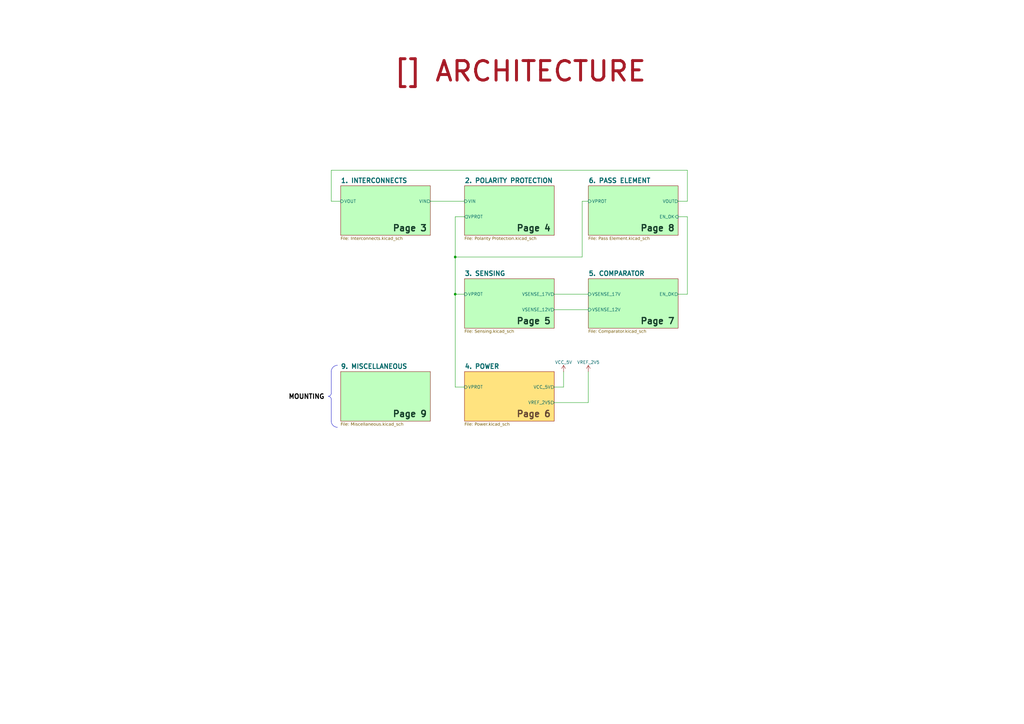
<source format=kicad_sch>
(kicad_sch (version 20250114) (generator "eeschema") (generator_version "9.0")
  (paper "A3")
  (title_block (title "ARCHITECTURE") (date "2025-01-12") (rev "${REVISION}") (company "${COMPANY}"))
  (lib_symbols
    (symbol "power:+2V5" (power) (pin_numbers (hide yes)) (pin_names (offset 0) (hide yes))
      (property "Value" "+2V5" (at 0 3.556 0))
      (symbol "+2V5_0_1"
        (polyline (pts (xy -0.762 1.27) (xy 0 2.54)))
        (polyline (pts (xy 0 2.54) (xy 0.762 1.27)))
        (polyline (pts (xy 0 0) (xy 0 2.54)))
      )
      (symbol "+2V5_1_1"
        (pin power_in line (at 0 0 90) (length 0) (name "~") (number "1"))
      )
    )
    (symbol "power:VCC" (power) (pin_numbers (hide yes)) (pin_names (offset 0) (hide yes))
      (property "Value" "VCC" (at 0 3.556 0))
      (symbol "VCC_0_1"
        (polyline (pts (xy -0.762 1.27) (xy 0 2.54)))
        (polyline (pts (xy 0 2.54) (xy 0.762 1.27)))
        (polyline (pts (xy 0 0) (xy 0 2.54)))
      )
      (symbol "VCC_1_1"
        (pin power_in line (at 0 0 90) (length 0) (name "~") (number "1"))
      )
    )
  )
  (arc (start 76.2 -35.56) (mid 75.8251 -34.6649) (end 74.93 -34.29))
  (arc (start 74.93 -34.29) (mid 75.8251 -33.9151) (end 76.2 -33.02))
  (arc (start 134.6 162.54) (mid 135.4951 162.9149) (end 135.87 163.81))
  (arc (start 76.2 -46.99) (mid 76.9439 -48.7861) (end 78.74 -49.53))
  (arc (start 135.87 161.27) (mid 135.4951 162.1651) (end 134.6 162.54))
  (arc (start 138.41 175.24) (mid 136.6139 174.4961) (end 135.87 172.7))
  (arc (start 135.87 152.38) (mid 136.6198 150.5898) (end 138.41 149.84))
  (arc (start 78.74 -19.05) (mid 76.9498 -19.7998) (end 76.2 -21.59))
  (text "Page 7" (at 276.86 133.35 0) (effects (font (size 2.54 2.54) (bold yes)) (justify right bottom)))
  (text "Page 9" (at 175.26 171.45 0) (effects (font (size 2.54 2.54) (bold yes)) (justify right bottom)))
  (text "Page 3" (at 175.26 95.25 0) (effects (font (size 2.54 2.54) (bold yes)) (justify right bottom)))
  (text "Page 5" (at 226.06 133.35 0) (effects (font (size 2.54 2.54) (bold yes)) (justify right bottom)))
  (text "Page 8" (at 276.86 95.25 0) (effects (font (size 2.54 2.54) (bold yes)) (justify right bottom)))
  (text "Page 6" (at 226.06 171.45 0) (effects (font (size 2.54 2.54) (bold yes)) (justify right bottom)))
  (text "Page 4" (at 226.06 95.25 0) (effects (font (size 2.54 2.54) (bold yes)) (justify right bottom)))
  (text_box "Description" (at 57.15 -36.83 0) (size 17.145 5.08) (margins 1.4287 1.4287 1.4287 1.4287) (stroke (width -0.0001)) (effects (font (size 1.905 1.905) (thickness 0.381) (bold yes)) (justify right top)))
  (text_box "MOUNTING" (at 108.605 160.02 0) (size 26.015 5.1) (margins 1.4287 1.4287 1.4287 1.4287) (stroke (width -0.0001)) (effects (font (size 1.905 1.905) (thickness 0.381) (bold yes)) (justify right top)))
  (text_box "[${#}] ${TITLE}" (at 132.08 22.86 0) (size 162.56 12.7) (margins 5.9999 5.9999 5.9999 5.9999) (stroke (width -0.0001)) (effects (font (size 8 8) (thickness 1.2) (bold yes))))
  (junction (at 186.69 120.65))
  (junction (at 186.69 105.41))
  (wire (pts (xy 231.14 152.4) (xy 231.14 158.75)))
  (wire (pts (xy 135.89 69.85) (xy 281.94 69.85)))
  (wire (pts (xy 231.14 158.75) (xy 227.33 158.75)))
  (wire (pts (xy 241.3 152.4) (xy 241.3 165.1)))
  (wire (pts (xy 281.94 88.9) (xy 281.94 120.65)))
  (wire (pts (xy 241.3 165.1) (xy 227.33 165.1)))
  (wire (pts (xy 176.53 82.55) (xy 190.5 82.55)))
  (wire (pts (xy 278.13 88.9) (xy 281.94 88.9)))
  (wire (pts (xy 135.89 82.55) (xy 139.7 82.55)))
  (polyline (pts (xy 76.2 -33.02) (xy 76.2 -21.59)))
  (wire (pts (xy 281.94 82.55) (xy 281.94 69.85)))
  (wire (pts (xy 186.69 105.41) (xy 238.76 105.41)))
  (wire (pts (xy 186.69 105.41) (xy 186.69 120.65)))
  (polyline (pts (xy 76.2 -35.56) (xy 76.2 -46.99)))
  (wire (pts (xy 190.5 88.9) (xy 186.69 88.9)))
  (wire (pts (xy 281.94 120.65) (xy 278.13 120.65)))
  (wire (pts (xy 238.76 82.55) (xy 241.3 82.55)))
  (wire (pts (xy 186.69 120.65) (xy 190.5 120.65)))
  (wire (pts (xy 186.69 158.75) (xy 190.5 158.75)))
  (wire (pts (xy 227.33 120.65) (xy 241.3 120.65)))
  (wire (pts (xy 186.69 88.9) (xy 186.69 105.41)))
  (wire (pts (xy 186.69 120.65) (xy 186.69 158.75)))
  (wire (pts (xy 135.89 69.85) (xy 135.89 82.55)))
  (wire (pts (xy 227.33 127) (xy 241.3 127)))
  (wire (pts (xy 238.76 105.41) (xy 238.76 82.55)))
  (polyline (pts (xy 135.89 152.4) (xy 135.89 161.29)))
  (wire (pts (xy 278.13 82.55) (xy 281.94 82.55)))
  (polyline (pts (xy 135.89 163.83) (xy 135.89 172.72)))
  (symbol (lib_id "power:VCC") (at 231.14 152.4 0) (unit 1)
    (property "Reference" "#PWR0906" (effects (hide yes)))
    (property "Value" "VCC_5V" (at 231.14 148.59 0))
    (property "Description" "Power symbol creates a global label with name \"VCC\"" (effects (hide yes)))
  )
  (symbol (lib_id "power:+2V5") (at 241.3 152.4 0) (unit 1)
    (property "Reference" "#PWR0905" (effects (hide yes)))
    (property "Value" "VREF_2V5" (at 241.3 148.59 0))
    (property "Description" "Power symbol creates a global label with name \"+2V5\"" (effects (hide yes)))
  )
  (sheet (at 139.7 76.2) (size 36.83 20.32) (stroke (width 0.1524)) (fill (color 128 255 128 0.5000))
    (property "Sheetname" "1. INTERCONNECTS" (at 139.7 75.1709 0) (effects (font (size 1.905 1.905) (bold yes)) (justify left bottom)))
    (property "Sheetfile" "Interconnects.kicad_sch" (at 139.7 97.1046 0) (effects (justify left top)))
    (pin "VOUT" input (at 139.7 82.55 180))
    (pin "VIN" output (at 176.53 82.55 0))
  )
  (sheet (at 241.3 76.2) (size 36.83 20.32) (stroke (width 0.1524)) (fill (color 128 255 128 0.5000))
    (property "Sheetname" "6. PASS ELEMENT" (at 241.3 75.1709 0) (effects (font (size 1.905 1.905) (bold yes)) (justify left bottom)))
    (property "Sheetfile" "Pass Element.kicad_sch" (at 241.3 97.1046 0) (effects (justify left top)))
    (pin "VOUT" output (at 278.13 82.55 0))
    (pin "EN_OK" input (at 278.13 88.9 0))
    (pin "VPROT" input (at 241.3 82.55 180))
  )
  (sheet (at 190.5 152.4) (size 36.83 20.32) (stroke (width 0.1524)) (fill (color 255 200 0 0.5020))
    (property "Sheetname" "4. POWER" (at 190.5 151.3709 0) (effects (font (size 1.905 1.905) (bold yes)) (justify left bottom)))
    (property "Sheetfile" "Power.kicad_sch" (at 190.5 173.3046 0) (effects (justify left top)))
    (pin "VCC_5V" output (at 227.33 158.75 0))
    (pin "VPROT" input (at 190.5 158.75 180))
    (pin "VREF_2V5" output (at 227.33 165.1 0))
  )
  (sheet (at 139.7 152.4) (size 36.83 20.32) (stroke (width 0.1524)) (fill (color 128 255 128 0.5000))
    (property "Sheetname" "9. MISCELLANEOUS" (at 139.7 151.3709 0) (effects (font (size 1.905 1.905) (bold yes)) (justify left bottom)))
    (property "Sheetfile" "Miscellaneous.kicad_sch" (at 139.7 173.3046 0) (effects (justify left top)))
  )
  (sheet (at 241.3 114.3) (size 36.83 20.32) (stroke (width 0.1524)) (fill (color 128 255 128 0.5000))
    (property "Sheetname" "5. COMPARATOR" (at 241.3 113.2709 0) (effects (font (size 1.905 1.905) (bold yes)) (justify left bottom)))
    (property "Sheetfile" "Comparator.kicad_sch" (at 241.3 135.2046 0) (effects (justify left top)))
    (pin "VSENSE_17V" input (at 241.3 120.65 180))
    (pin "VSENSE_12V" input (at 241.3 127 180))
    (pin "EN_OK" output (at 278.13 120.65 0))
  )
  (sheet (at 190.5 76.2) (size 36.83 20.32) (stroke (width 0.1524)) (fill (color 128 255 128 0.5000))
    (property "Sheetname" "2. POLARITY PROTECTION" (at 190.5 75.1709 0) (effects (font (size 1.905 1.905) (bold yes)) (justify left bottom)))
    (property "Sheetfile" "Polarity Protection.kicad_sch" (at 190.5 97.1046 0) (effects (justify left top)))
    (pin "VPROT" output (at 190.5 88.9 180))
    (pin "VIN" input (at 190.5 82.55 180))
  )
  (sheet (at 190.5 114.3) (size 36.83 20.32) (stroke (width 0.1524)) (fill (color 128 255 128 0.5000))
    (property "Sheetname" "3. SENSING" (at 190.5 113.2709 0) (effects (font (size 1.905 1.905) (bold yes)) (justify left bottom)))
    (property "Sheetfile" "Sensing.kicad_sch" (at 190.5 135.2046 0) (effects (justify left top)))
    (pin "VPROT" input (at 190.5 120.65 180))
    (pin "VSENSE_17V" output (at 227.33 120.65 0))
    (pin "VSENSE_12V" output (at 227.33 127 0))
  )
)
</source>
